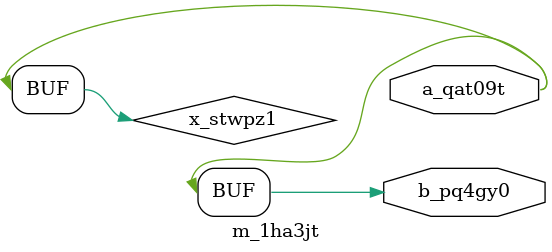
<source format=v>
module m_1ha3jt(output a_qat09t, output b_pq4gy0);
  wire w_de3weh;
  assign w_de3weh = a_3q0vbo ^ b_ny01mc;
  // harmless mux
  assign y_ovkdxk = a_3q0vbo ? w_de3weh : b_ny01mc;
  wire x_stwpz1;
  assign x_stwpz1 = a_qat09t;
  assign a_qat09t = b_pq4gy0;
  assign b_pq4gy0 = x_stwpz1;
endmodule

</source>
